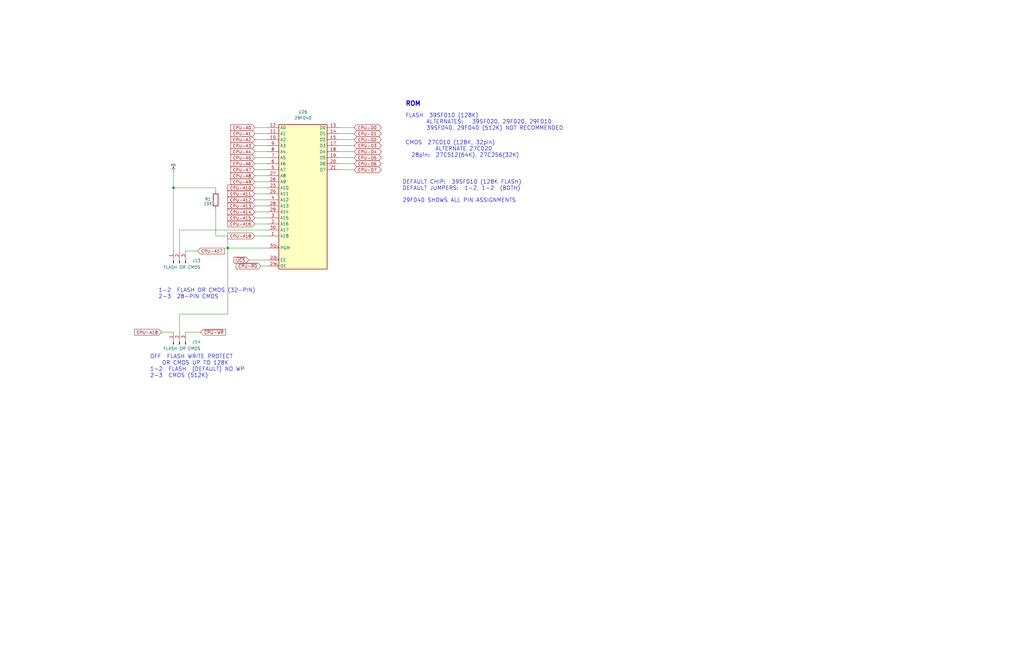
<source format=kicad_sch>
(kicad_sch (version 20211123) (generator eeschema)

  (uuid 6b54527d-a539-44d8-a604-1cf142819dc8)

  (paper "USLedger")

  (title_block
    (title "Duodyne 80C188 CPU board")
    (date "2024-11-24")
    (rev "V0.9")
    (comment 1 "Based on a design by John R Coffman. ")
    (comment 2 " RetroBrew Computer Group")
  )

  (lib_symbols
    (symbol "Connector:Conn_01x03_Male" (pin_names (offset 1.016) hide) (in_bom yes) (on_board yes)
      (property "Reference" "J" (id 0) (at 0 5.08 0)
        (effects (font (size 1.27 1.27)))
      )
      (property "Value" "Conn_01x03_Male" (id 1) (at 0 -5.08 0)
        (effects (font (size 1.27 1.27)))
      )
      (property "Footprint" "" (id 2) (at 0 0 0)
        (effects (font (size 1.27 1.27)) hide)
      )
      (property "Datasheet" "~" (id 3) (at 0 0 0)
        (effects (font (size 1.27 1.27)) hide)
      )
      (property "ki_keywords" "connector" (id 4) (at 0 0 0)
        (effects (font (size 1.27 1.27)) hide)
      )
      (property "ki_description" "Generic connector, single row, 01x03, script generated (kicad-library-utils/schlib/autogen/connector/)" (id 5) (at 0 0 0)
        (effects (font (size 1.27 1.27)) hide)
      )
      (property "ki_fp_filters" "Connector*:*_1x??_*" (id 6) (at 0 0 0)
        (effects (font (size 1.27 1.27)) hide)
      )
      (symbol "Conn_01x03_Male_1_1"
        (polyline
          (pts
            (xy 1.27 -2.54)
            (xy 0.8636 -2.54)
          )
          (stroke (width 0.1524) (type default) (color 0 0 0 0))
          (fill (type none))
        )
        (polyline
          (pts
            (xy 1.27 0)
            (xy 0.8636 0)
          )
          (stroke (width 0.1524) (type default) (color 0 0 0 0))
          (fill (type none))
        )
        (polyline
          (pts
            (xy 1.27 2.54)
            (xy 0.8636 2.54)
          )
          (stroke (width 0.1524) (type default) (color 0 0 0 0))
          (fill (type none))
        )
        (rectangle (start 0.8636 -2.413) (end 0 -2.667)
          (stroke (width 0.1524) (type default) (color 0 0 0 0))
          (fill (type outline))
        )
        (rectangle (start 0.8636 0.127) (end 0 -0.127)
          (stroke (width 0.1524) (type default) (color 0 0 0 0))
          (fill (type outline))
        )
        (rectangle (start 0.8636 2.667) (end 0 2.413)
          (stroke (width 0.1524) (type default) (color 0 0 0 0))
          (fill (type outline))
        )
        (pin passive line (at 5.08 2.54 180) (length 3.81)
          (name "Pin_1" (effects (font (size 1.27 1.27))))
          (number "1" (effects (font (size 1.27 1.27))))
        )
        (pin passive line (at 5.08 0 180) (length 3.81)
          (name "Pin_2" (effects (font (size 1.27 1.27))))
          (number "2" (effects (font (size 1.27 1.27))))
        )
        (pin passive line (at 5.08 -2.54 180) (length 3.81)
          (name "Pin_3" (effects (font (size 1.27 1.27))))
          (number "3" (effects (font (size 1.27 1.27))))
        )
      )
    )
    (symbol "Device:R" (pin_numbers hide) (pin_names (offset 0)) (in_bom yes) (on_board yes)
      (property "Reference" "R" (id 0) (at 2.032 0 90)
        (effects (font (size 1.27 1.27)))
      )
      (property "Value" "R" (id 1) (at 0 0 90)
        (effects (font (size 1.27 1.27)))
      )
      (property "Footprint" "" (id 2) (at -1.778 0 90)
        (effects (font (size 1.27 1.27)) hide)
      )
      (property "Datasheet" "~" (id 3) (at 0 0 0)
        (effects (font (size 1.27 1.27)) hide)
      )
      (property "ki_keywords" "R res resistor" (id 4) (at 0 0 0)
        (effects (font (size 1.27 1.27)) hide)
      )
      (property "ki_description" "Resistor" (id 5) (at 0 0 0)
        (effects (font (size 1.27 1.27)) hide)
      )
      (property "ki_fp_filters" "R_*" (id 6) (at 0 0 0)
        (effects (font (size 1.27 1.27)) hide)
      )
      (symbol "R_0_1"
        (rectangle (start -1.016 -2.54) (end 1.016 2.54)
          (stroke (width 0.254) (type default) (color 0 0 0 0))
          (fill (type none))
        )
      )
      (symbol "R_1_1"
        (pin passive line (at 0 3.81 270) (length 1.27)
          (name "~" (effects (font (size 1.27 1.27))))
          (number "1" (effects (font (size 1.27 1.27))))
        )
        (pin passive line (at 0 -3.81 90) (length 1.27)
          (name "~" (effects (font (size 1.27 1.27))))
          (number "2" (effects (font (size 1.27 1.27))))
        )
      )
    )
    (symbol "Memory_Flash:SST39SF040" (in_bom yes) (on_board yes)
      (property "Reference" "U" (id 0) (at 2.54 33.02 0)
        (effects (font (size 1.27 1.27)))
      )
      (property "Value" "SST39SF040" (id 1) (at 0 -30.48 0)
        (effects (font (size 1.27 1.27)))
      )
      (property "Footprint" "" (id 2) (at 0 7.62 0)
        (effects (font (size 1.27 1.27)) hide)
      )
      (property "Datasheet" "http://ww1.microchip.com/downloads/en/DeviceDoc/25022B.pdf" (id 3) (at 0 7.62 0)
        (effects (font (size 1.27 1.27)) hide)
      )
      (property "ki_keywords" "512k flash rom" (id 4) (at 0 0 0)
        (effects (font (size 1.27 1.27)) hide)
      )
      (property "ki_description" "Silicon Storage Technology (SSF) 512k x 8 Flash ROM" (id 5) (at 0 0 0)
        (effects (font (size 1.27 1.27)) hide)
      )
      (symbol "SST39SF040_0_0"
        (pin power_in line (at 0 -30.48 90) (length 1.27) hide
          (name "GND" (effects (font (size 1.27 1.27))))
          (number "16" (effects (font (size 1.27 1.27))))
        )
        (pin power_in line (at 0 33.02 270) (length 1.27) hide
          (name "VCC" (effects (font (size 1.27 1.27))))
          (number "32" (effects (font (size 1.27 1.27))))
        )
      )
      (symbol "SST39SF040_0_1"
        (rectangle (start -10.16 31.75) (end 10.16 -29.21)
          (stroke (width 0.254) (type default) (color 0 0 0 0))
          (fill (type background))
        )
      )
      (symbol "SST39SF040_1_1"
        (pin input line (at -15.24 -15.24 0) (length 5.08)
          (name "A18" (effects (font (size 1.27 1.27))))
          (number "1" (effects (font (size 1.27 1.27))))
        )
        (pin input line (at -15.24 25.4 0) (length 5.08)
          (name "A2" (effects (font (size 1.27 1.27))))
          (number "10" (effects (font (size 1.27 1.27))))
        )
        (pin input line (at -15.24 27.94 0) (length 5.08)
          (name "A1" (effects (font (size 1.27 1.27))))
          (number "11" (effects (font (size 1.27 1.27))))
        )
        (pin input line (at -15.24 30.48 0) (length 5.08)
          (name "A0" (effects (font (size 1.27 1.27))))
          (number "12" (effects (font (size 1.27 1.27))))
        )
        (pin tri_state line (at 15.24 30.48 180) (length 5.08)
          (name "D0" (effects (font (size 1.27 1.27))))
          (number "13" (effects (font (size 1.27 1.27))))
        )
        (pin tri_state line (at 15.24 27.94 180) (length 5.08)
          (name "D1" (effects (font (size 1.27 1.27))))
          (number "14" (effects (font (size 1.27 1.27))))
        )
        (pin tri_state line (at 15.24 25.4 180) (length 5.08)
          (name "D2" (effects (font (size 1.27 1.27))))
          (number "15" (effects (font (size 1.27 1.27))))
        )
        (pin tri_state line (at 15.24 22.86 180) (length 5.08)
          (name "D3" (effects (font (size 1.27 1.27))))
          (number "17" (effects (font (size 1.27 1.27))))
        )
        (pin tri_state line (at 15.24 20.32 180) (length 5.08)
          (name "D4" (effects (font (size 1.27 1.27))))
          (number "18" (effects (font (size 1.27 1.27))))
        )
        (pin tri_state line (at 15.24 17.78 180) (length 5.08)
          (name "D5" (effects (font (size 1.27 1.27))))
          (number "19" (effects (font (size 1.27 1.27))))
        )
        (pin input line (at -15.24 -10.16 0) (length 5.08)
          (name "A16" (effects (font (size 1.27 1.27))))
          (number "2" (effects (font (size 1.27 1.27))))
        )
        (pin tri_state line (at 15.24 15.24 180) (length 5.08)
          (name "D6" (effects (font (size 1.27 1.27))))
          (number "20" (effects (font (size 1.27 1.27))))
        )
        (pin tri_state line (at 15.24 12.7 180) (length 5.08)
          (name "D7" (effects (font (size 1.27 1.27))))
          (number "21" (effects (font (size 1.27 1.27))))
        )
        (pin input input_low (at -15.24 -25.4 0) (length 5.08)
          (name "CE" (effects (font (size 1.27 1.27))))
          (number "22" (effects (font (size 1.27 1.27))))
        )
        (pin input line (at -15.24 5.08 0) (length 5.08)
          (name "A10" (effects (font (size 1.27 1.27))))
          (number "23" (effects (font (size 1.27 1.27))))
        )
        (pin input input_low (at -15.24 -27.94 0) (length 5.08)
          (name "OE" (effects (font (size 1.27 1.27))))
          (number "24" (effects (font (size 1.27 1.27))))
        )
        (pin input line (at -15.24 2.54 0) (length 5.08)
          (name "A11" (effects (font (size 1.27 1.27))))
          (number "25" (effects (font (size 1.27 1.27))))
        )
        (pin input line (at -15.24 7.62 0) (length 5.08)
          (name "A9" (effects (font (size 1.27 1.27))))
          (number "26" (effects (font (size 1.27 1.27))))
        )
        (pin input line (at -15.24 10.16 0) (length 5.08)
          (name "A8" (effects (font (size 1.27 1.27))))
          (number "27" (effects (font (size 1.27 1.27))))
        )
        (pin input line (at -15.24 -2.54 0) (length 5.08)
          (name "A13" (effects (font (size 1.27 1.27))))
          (number "28" (effects (font (size 1.27 1.27))))
        )
        (pin input line (at -15.24 -5.08 0) (length 5.08)
          (name "A14" (effects (font (size 1.27 1.27))))
          (number "29" (effects (font (size 1.27 1.27))))
        )
        (pin input line (at -15.24 -7.62 0) (length 5.08)
          (name "A15" (effects (font (size 1.27 1.27))))
          (number "3" (effects (font (size 1.27 1.27))))
        )
        (pin input line (at -15.24 -12.7 0) (length 5.08)
          (name "A17" (effects (font (size 1.27 1.27))))
          (number "30" (effects (font (size 1.27 1.27))))
        )
        (pin input input_low (at -15.24 -20.32 0) (length 5.08)
          (name "PGM" (effects (font (size 1.27 1.27))))
          (number "31" (effects (font (size 1.27 1.27))))
        )
        (pin input line (at -15.24 0 0) (length 5.08)
          (name "A12" (effects (font (size 1.27 1.27))))
          (number "4" (effects (font (size 1.27 1.27))))
        )
        (pin input line (at -15.24 12.7 0) (length 5.08)
          (name "A7" (effects (font (size 1.27 1.27))))
          (number "5" (effects (font (size 1.27 1.27))))
        )
        (pin input line (at -15.24 15.24 0) (length 5.08)
          (name "A6" (effects (font (size 1.27 1.27))))
          (number "6" (effects (font (size 1.27 1.27))))
        )
        (pin input line (at -15.24 17.78 0) (length 5.08)
          (name "A5" (effects (font (size 1.27 1.27))))
          (number "7" (effects (font (size 1.27 1.27))))
        )
        (pin input line (at -15.24 20.32 0) (length 5.08)
          (name "A4" (effects (font (size 1.27 1.27))))
          (number "8" (effects (font (size 1.27 1.27))))
        )
        (pin input line (at -15.24 22.86 0) (length 5.08)
          (name "A3" (effects (font (size 1.27 1.27))))
          (number "9" (effects (font (size 1.27 1.27))))
        )
      )
    )
    (symbol "power:VCC" (power) (pin_names (offset 0)) (in_bom yes) (on_board yes)
      (property "Reference" "#PWR" (id 0) (at 0 -3.81 0)
        (effects (font (size 1.27 1.27)) hide)
      )
      (property "Value" "VCC" (id 1) (at 0 3.81 0)
        (effects (font (size 1.27 1.27)))
      )
      (property "Footprint" "" (id 2) (at 0 0 0)
        (effects (font (size 1.27 1.27)) hide)
      )
      (property "Datasheet" "" (id 3) (at 0 0 0)
        (effects (font (size 1.27 1.27)) hide)
      )
      (property "ki_keywords" "global power" (id 4) (at 0 0 0)
        (effects (font (size 1.27 1.27)) hide)
      )
      (property "ki_description" "Power symbol creates a global label with name \"VCC\"" (id 5) (at 0 0 0)
        (effects (font (size 1.27 1.27)) hide)
      )
      (symbol "VCC_0_1"
        (polyline
          (pts
            (xy -0.762 1.27)
            (xy 0 2.54)
          )
          (stroke (width 0) (type default) (color 0 0 0 0))
          (fill (type none))
        )
        (polyline
          (pts
            (xy 0 0)
            (xy 0 2.54)
          )
          (stroke (width 0) (type default) (color 0 0 0 0))
          (fill (type none))
        )
        (polyline
          (pts
            (xy 0 2.54)
            (xy 0.762 1.27)
          )
          (stroke (width 0) (type default) (color 0 0 0 0))
          (fill (type none))
        )
      )
      (symbol "VCC_1_1"
        (pin power_in line (at 0 0 90) (length 0) hide
          (name "VCC" (effects (font (size 1.27 1.27))))
          (number "1" (effects (font (size 1.27 1.27))))
        )
      )
    )
  )

  (junction (at 96.012 104.648) (diameter 0) (color 0 0 0 0)
    (uuid 29d9e96e-db45-405f-b9f9-8ec363c6e183)
  )
  (junction (at 73.152 79.248) (diameter 0) (color 0 0 0 0)
    (uuid 4d89f204-023f-4737-8717-bb6221d4ade5)
  )

  (wire (pts (xy 112.522 81.788) (xy 107.442 81.788))
    (stroke (width 0) (type default) (color 0 0 0 0))
    (uuid 0a39ced2-20bb-430b-a79c-dfff23419e4d)
  )
  (wire (pts (xy 143.002 58.928) (xy 149.352 58.928))
    (stroke (width 0) (type default) (color 0 0 0 0))
    (uuid 0f59f15c-9f0e-4a0c-87e7-04e9bb5c7ee8)
  )
  (wire (pts (xy 143.002 53.848) (xy 149.352 53.848))
    (stroke (width 0) (type default) (color 0 0 0 0))
    (uuid 274c78f2-7653-46ab-a3cd-43862a032c68)
  )
  (wire (pts (xy 90.932 88.138) (xy 90.932 99.568))
    (stroke (width 0) (type default) (color 0 0 0 0))
    (uuid 28004271-f060-4f96-95df-1ebe34174ba0)
  )
  (wire (pts (xy 73.152 79.248) (xy 73.152 105.918))
    (stroke (width 0) (type default) (color 0 0 0 0))
    (uuid 301a94da-9caf-4fba-8eed-5be4fc9c1469)
  )
  (wire (pts (xy 112.522 61.468) (xy 107.442 61.468))
    (stroke (width 0) (type default) (color 0 0 0 0))
    (uuid 32e35f11-e0bd-4b6a-a6bd-a248d10a9059)
  )
  (wire (pts (xy 112.522 86.868) (xy 107.442 86.868))
    (stroke (width 0) (type default) (color 0 0 0 0))
    (uuid 3c948b44-7c6a-401d-ba61-1d4832d141c7)
  )
  (wire (pts (xy 107.442 74.168) (xy 112.522 74.168))
    (stroke (width 0) (type default) (color 0 0 0 0))
    (uuid 3cb4aa29-17cf-40e7-baff-1ca9effdaddc)
  )
  (wire (pts (xy 96.012 104.648) (xy 112.522 104.648))
    (stroke (width 0) (type default) (color 0 0 0 0))
    (uuid 47d5a7da-d4b0-4376-871e-b1c04d4488d9)
  )
  (wire (pts (xy 83.312 105.918) (xy 78.232 105.918))
    (stroke (width 0) (type default) (color 0 0 0 0))
    (uuid 4843f560-4f69-472a-90ed-55109356d451)
  )
  (wire (pts (xy 90.932 79.248) (xy 73.152 79.248))
    (stroke (width 0) (type default) (color 0 0 0 0))
    (uuid 4c266e0d-a070-4066-9b71-9098093d47c5)
  )
  (wire (pts (xy 112.522 56.388) (xy 107.442 56.388))
    (stroke (width 0) (type default) (color 0 0 0 0))
    (uuid 4fb68151-b515-4ca5-ba73-d37c28c499d1)
  )
  (wire (pts (xy 143.002 69.088) (xy 149.352 69.088))
    (stroke (width 0) (type default) (color 0 0 0 0))
    (uuid 54e6775a-9357-496d-8153-5e7cdf90da48)
  )
  (wire (pts (xy 73.152 72.898) (xy 73.152 79.248))
    (stroke (width 0) (type default) (color 0 0 0 0))
    (uuid 55836461-5e56-4e27-8e86-e672c1563345)
  )
  (wire (pts (xy 143.002 71.628) (xy 149.352 71.628))
    (stroke (width 0) (type default) (color 0 0 0 0))
    (uuid 5725c61d-4928-474b-bef0-92ee3e1c0d98)
  )
  (wire (pts (xy 73.152 140.208) (xy 68.072 140.208))
    (stroke (width 0) (type default) (color 0 0 0 0))
    (uuid 5aa8efec-bca2-4bdf-8b9f-bdf824bc9e6e)
  )
  (wire (pts (xy 90.932 99.568) (xy 96.012 99.568))
    (stroke (width 0) (type default) (color 0 0 0 0))
    (uuid 78cf470b-e0fa-47d9-bd7b-a4cdb479d249)
  )
  (wire (pts (xy 112.522 112.268) (xy 109.982 112.268))
    (stroke (width 0) (type default) (color 0 0 0 0))
    (uuid 7d4b90f9-830c-456e-80c9-4fc0fb926992)
  )
  (wire (pts (xy 112.522 76.708) (xy 107.442 76.708))
    (stroke (width 0) (type default) (color 0 0 0 0))
    (uuid 8a96a6a9-dafb-402c-af0b-9a3471ed8058)
  )
  (wire (pts (xy 107.442 84.328) (xy 112.522 84.328))
    (stroke (width 0) (type default) (color 0 0 0 0))
    (uuid 8ac70b33-b887-4218-b1ab-956f1b902a8c)
  )
  (wire (pts (xy 75.692 132.588) (xy 75.692 140.208))
    (stroke (width 0) (type default) (color 0 0 0 0))
    (uuid 8c04679e-cea9-44f2-8c39-6e7b8c915c75)
  )
  (wire (pts (xy 96.012 132.588) (xy 75.692 132.588))
    (stroke (width 0) (type default) (color 0 0 0 0))
    (uuid 8d8acc60-d95d-4366-aca4-48d80cd14d68)
  )
  (wire (pts (xy 107.442 64.008) (xy 112.522 64.008))
    (stroke (width 0) (type default) (color 0 0 0 0))
    (uuid 92b2b437-2214-406e-921c-28275aaeee23)
  )
  (wire (pts (xy 107.442 69.088) (xy 112.522 69.088))
    (stroke (width 0) (type default) (color 0 0 0 0))
    (uuid 95320c8e-5fc2-43b0-90be-d64ce2d07406)
  )
  (wire (pts (xy 90.932 80.518) (xy 90.932 79.248))
    (stroke (width 0) (type default) (color 0 0 0 0))
    (uuid a9d85c6d-92a7-4915-9df7-eace8519fb4e)
  )
  (wire (pts (xy 112.522 99.568) (xy 107.442 99.568))
    (stroke (width 0) (type default) (color 0 0 0 0))
    (uuid a9e20ca8-ee53-4971-b2fd-c3ad4315ab22)
  )
  (wire (pts (xy 143.002 61.468) (xy 149.352 61.468))
    (stroke (width 0) (type default) (color 0 0 0 0))
    (uuid b62cca9b-919f-4905-859d-d244fe7973bb)
  )
  (wire (pts (xy 75.692 97.028) (xy 75.692 105.918))
    (stroke (width 0) (type default) (color 0 0 0 0))
    (uuid b9426651-e68a-4e05-9263-d66a2525a443)
  )
  (wire (pts (xy 112.522 66.548) (xy 107.442 66.548))
    (stroke (width 0) (type default) (color 0 0 0 0))
    (uuid bc916f06-c6e2-4042-b2be-5068d672ed61)
  )
  (wire (pts (xy 96.012 99.568) (xy 96.012 104.648))
    (stroke (width 0) (type default) (color 0 0 0 0))
    (uuid c922a55c-ec54-4229-b555-95f69d1c2ef8)
  )
  (wire (pts (xy 107.442 79.248) (xy 112.522 79.248))
    (stroke (width 0) (type default) (color 0 0 0 0))
    (uuid d502d9ee-7eaa-4c5b-8dd4-e7213a43cd4a)
  )
  (wire (pts (xy 112.522 71.628) (xy 107.442 71.628))
    (stroke (width 0) (type default) (color 0 0 0 0))
    (uuid d820230e-79cf-441f-bc59-d9e76a57773e)
  )
  (wire (pts (xy 107.442 53.848) (xy 112.522 53.848))
    (stroke (width 0) (type default) (color 0 0 0 0))
    (uuid d9ed99f6-a8b3-45e5-a3ac-403fd0336ebb)
  )
  (wire (pts (xy 112.522 97.028) (xy 75.692 97.028))
    (stroke (width 0) (type default) (color 0 0 0 0))
    (uuid da23ee09-f185-416d-ba83-761106989976)
  )
  (wire (pts (xy 143.002 56.388) (xy 149.352 56.388))
    (stroke (width 0) (type default) (color 0 0 0 0))
    (uuid db5f9a8d-c847-48d2-8cf8-109c6e332cd7)
  )
  (wire (pts (xy 107.442 58.928) (xy 112.522 58.928))
    (stroke (width 0) (type default) (color 0 0 0 0))
    (uuid dc69caae-1f61-45f6-a251-e83f01021215)
  )
  (wire (pts (xy 78.232 140.208) (xy 84.582 140.208))
    (stroke (width 0) (type default) (color 0 0 0 0))
    (uuid dd7a52e5-75f2-4475-8ca0-b637d90292a4)
  )
  (wire (pts (xy 107.442 89.408) (xy 112.522 89.408))
    (stroke (width 0) (type default) (color 0 0 0 0))
    (uuid e1a0773d-f7e8-414e-bba7-5ea11e235e62)
  )
  (wire (pts (xy 112.522 109.728) (xy 104.902 109.728))
    (stroke (width 0) (type default) (color 0 0 0 0))
    (uuid e3d2d618-0d4b-4a3e-bbec-da0ad4128e95)
  )
  (wire (pts (xy 143.002 66.548) (xy 149.352 66.548))
    (stroke (width 0) (type default) (color 0 0 0 0))
    (uuid ed57c9b9-2cf9-4e27-85f3-e17a11ab7008)
  )
  (wire (pts (xy 143.002 64.008) (xy 149.352 64.008))
    (stroke (width 0) (type default) (color 0 0 0 0))
    (uuid f6c5bf17-271f-4ec6-a74c-bbf041e78668)
  )
  (wire (pts (xy 96.012 104.648) (xy 96.012 132.588))
    (stroke (width 0) (type default) (color 0 0 0 0))
    (uuid fa6b7670-8ce2-4ad9-8db1-9d8c3a3cdf73)
  )
  (wire (pts (xy 112.522 91.948) (xy 107.442 91.948))
    (stroke (width 0) (type default) (color 0 0 0 0))
    (uuid fe1c5b82-e903-4c29-9134-741841511d73)
  )
  (wire (pts (xy 112.522 94.488) (xy 107.442 94.488))
    (stroke (width 0) (type default) (color 0 0 0 0))
    (uuid ff69891d-0f0a-4a99-9f70-335557e1cfc1)
  )

  (text "29F040 SHOWS ALL PIN ASSIGNMENTS" (at 169.672 85.598 0)
    (effects (font (size 1.651 1.651)) (justify left bottom))
    (uuid 10220044-1685-4316-a31a-77b5e82326a7)
  )
  (text "CMOS  27C010 (128K, 32pin)\n          ALTERNATE 27C020\n  28pin:  27C512(64K), 27C256(32K)"
    (at 170.942 66.548 0)
    (effects (font (size 1.651 1.651)) (justify left bottom))
    (uuid 229a4260-9a52-44f9-8a4b-ba4371ff8783)
  )
  (text "ROM" (at 170.942 44.958 0)
    (effects (font (size 1.905 1.905) (thickness 0.381) bold) (justify left bottom))
    (uuid 2d406c63-e101-465e-8768-fcb4cdf588fd)
  )
  (text "FLASH  39SF010 (128K)\n       ALTERNATES:   39SF020, 29F020, 29F010\n       39SF040, 29F040 (512K) NOT RECOMMENDED"
    (at 170.942 55.118 0)
    (effects (font (size 1.651 1.651)) (justify left bottom))
    (uuid 788caab4-93e3-4b03-9ddb-6dd1073d01f9)
  )
  (text "1-2  FLASH OR CMOS (32-PIN)\n2-3  28-PIN CMOS" (at 66.802 126.238 0)
    (effects (font (size 1.651 1.651)) (justify left bottom))
    (uuid 8c5b8406-2272-47ce-828f-67a5638bddac)
  )
  (text "DEFAULT CHIP:  39SF010 (128K FLASH)\nDEFAULT JUMPERS:  1-2, 1-2  (BOTH)"
    (at 169.672 80.518 0)
    (effects (font (size 1.651 1.651)) (justify left bottom))
    (uuid e4d3dc0e-cbd0-4209-841a-c349ca00a894)
  )
  (text "OFF  FLASH WRITE PROTECT\n    OR CMOS UP TO 128K\n1-2  FLASH  (DEFAULT) NO WP\n2-3  CMOS (512K) \n"
    (at 63.246 159.512 0)
    (effects (font (size 1.651 1.651)) (justify left bottom))
    (uuid f5e932b5-036d-4def-a52c-7ab3b2321648)
  )

  (global_label "CPU-A15" (shape input) (at 107.442 91.948 180) (fields_autoplaced)
    (effects (font (size 1.27 1.27)) (justify right))
    (uuid 031bc50f-505e-45f1-9947-c2ef444126d7)
    (property "Intersheet References" "${INTERSHEET_REFS}" (id 0) (at 96.1673 91.8686 0)
      (effects (font (size 1.27 1.27)) (justify right) hide)
    )
  )
  (global_label "CPU-D2" (shape bidirectional) (at 149.352 58.928 0) (fields_autoplaced)
    (effects (font (size 1.27 1.27)) (justify left))
    (uuid 081354e0-0c81-4fc5-868a-b127a789e6cd)
    (property "Intersheet References" "${INTERSHEET_REFS}" (id 0) (at 159.5986 58.8486 0)
      (effects (font (size 1.27 1.27)) (justify left) hide)
    )
  )
  (global_label "CPU-A18" (shape input) (at 68.072 140.208 180) (fields_autoplaced)
    (effects (font (size 1.27 1.27)) (justify right))
    (uuid 19ef73a7-f498-42ae-9756-fabb0283fcf5)
    (property "Intersheet References" "${INTERSHEET_REFS}" (id 0) (at 56.7973 140.2874 0)
      (effects (font (size 1.27 1.27)) (justify right) hide)
    )
  )
  (global_label "~{CPU-RD}" (shape input) (at 109.982 112.268 180) (fields_autoplaced)
    (effects (font (size 1.27 1.27)) (justify right))
    (uuid 1add97fe-ece2-46b4-8e62-633b25a5e798)
    (property "Intersheet References" "${INTERSHEET_REFS}" (id 0) (at 99.6749 112.3474 0)
      (effects (font (size 1.27 1.27)) (justify right) hide)
    )
  )
  (global_label "CPU-D4" (shape bidirectional) (at 149.352 64.008 0) (fields_autoplaced)
    (effects (font (size 1.27 1.27)) (justify left))
    (uuid 1bce3c1d-d92f-4ded-b88a-c9c809cf579b)
    (property "Intersheet References" "${INTERSHEET_REFS}" (id 0) (at 159.5986 63.9286 0)
      (effects (font (size 1.27 1.27)) (justify left) hide)
    )
  )
  (global_label "CPU-A4" (shape input) (at 107.442 64.008 180) (fields_autoplaced)
    (effects (font (size 1.27 1.27)) (justify right))
    (uuid 29ec5214-6738-49a0-8fd4-c5498e92c2fd)
    (property "Intersheet References" "${INTERSHEET_REFS}" (id 0) (at 97.3768 63.9286 0)
      (effects (font (size 1.27 1.27)) (justify right) hide)
    )
  )
  (global_label "CPU-A14" (shape input) (at 107.442 89.408 180) (fields_autoplaced)
    (effects (font (size 1.27 1.27)) (justify right))
    (uuid 37e664de-2b03-461d-8698-c33188f049ba)
    (property "Intersheet References" "${INTERSHEET_REFS}" (id 0) (at 96.1673 89.3286 0)
      (effects (font (size 1.27 1.27)) (justify right) hide)
    )
  )
  (global_label "CPU-A10" (shape input) (at 107.442 79.248 180) (fields_autoplaced)
    (effects (font (size 1.27 1.27)) (justify right))
    (uuid 4899f9f5-7fa3-4ef4-a8de-61b693cda40b)
    (property "Intersheet References" "${INTERSHEET_REFS}" (id 0) (at 96.1673 79.1686 0)
      (effects (font (size 1.27 1.27)) (justify right) hide)
    )
  )
  (global_label "CPU-A0" (shape input) (at 107.442 53.848 180) (fields_autoplaced)
    (effects (font (size 1.27 1.27)) (justify right))
    (uuid 4f88db84-e220-43f0-bafb-3db53c9e6788)
    (property "Intersheet References" "${INTERSHEET_REFS}" (id 0) (at 97.3768 53.7686 0)
      (effects (font (size 1.27 1.27)) (justify right) hide)
    )
  )
  (global_label "CPU-D0" (shape bidirectional) (at 149.352 53.848 0) (fields_autoplaced)
    (effects (font (size 1.27 1.27)) (justify left))
    (uuid 53e0da9c-0f84-4f22-b039-7ca28951c1b0)
    (property "Intersheet References" "${INTERSHEET_REFS}" (id 0) (at 159.5986 53.7686 0)
      (effects (font (size 1.27 1.27)) (justify left) hide)
    )
  )
  (global_label "CPU-A17" (shape input) (at 83.312 105.918 0) (fields_autoplaced)
    (effects (font (size 1.27 1.27)) (justify left))
    (uuid 574d9990-d941-4985-8755-cfb061dca8b8)
    (property "Intersheet References" "${INTERSHEET_REFS}" (id 0) (at 94.5867 105.8386 0)
      (effects (font (size 1.27 1.27)) (justify left) hide)
    )
  )
  (global_label "CPU-D6" (shape bidirectional) (at 149.352 69.088 0) (fields_autoplaced)
    (effects (font (size 1.27 1.27)) (justify left))
    (uuid 5a0962e3-3305-42a9-a9e5-12267e245a79)
    (property "Intersheet References" "${INTERSHEET_REFS}" (id 0) (at 159.5986 69.0086 0)
      (effects (font (size 1.27 1.27)) (justify left) hide)
    )
  )
  (global_label "CPU-D3" (shape bidirectional) (at 149.352 61.468 0) (fields_autoplaced)
    (effects (font (size 1.27 1.27)) (justify left))
    (uuid 631be222-8fc5-4491-9f6b-47f1b674148f)
    (property "Intersheet References" "${INTERSHEET_REFS}" (id 0) (at 159.5986 61.3886 0)
      (effects (font (size 1.27 1.27)) (justify left) hide)
    )
  )
  (global_label "CPU-A6" (shape input) (at 107.442 69.088 180) (fields_autoplaced)
    (effects (font (size 1.27 1.27)) (justify right))
    (uuid 6d906d4c-8fad-4d11-922b-358ef9cb9cee)
    (property "Intersheet References" "${INTERSHEET_REFS}" (id 0) (at 97.3768 69.0086 0)
      (effects (font (size 1.27 1.27)) (justify right) hide)
    )
  )
  (global_label "CPU-A7" (shape input) (at 107.442 71.628 180) (fields_autoplaced)
    (effects (font (size 1.27 1.27)) (justify right))
    (uuid 740d4721-acf3-4706-9a64-5724b6e84ba2)
    (property "Intersheet References" "${INTERSHEET_REFS}" (id 0) (at 97.3768 71.5486 0)
      (effects (font (size 1.27 1.27)) (justify right) hide)
    )
  )
  (global_label "CPU-A13" (shape input) (at 107.442 86.868 180) (fields_autoplaced)
    (effects (font (size 1.27 1.27)) (justify right))
    (uuid 7723d3bd-bf79-4413-ae3b-a9219aa09f98)
    (property "Intersheet References" "${INTERSHEET_REFS}" (id 0) (at 96.1673 86.7886 0)
      (effects (font (size 1.27 1.27)) (justify right) hide)
    )
  )
  (global_label "CPU-A18" (shape input) (at 107.442 99.568 180) (fields_autoplaced)
    (effects (font (size 1.27 1.27)) (justify right))
    (uuid 792f2207-70ca-4cf4-8b05-7b09daa81bd2)
    (property "Intersheet References" "${INTERSHEET_REFS}" (id 0) (at 96.1673 99.6474 0)
      (effects (font (size 1.27 1.27)) (justify right) hide)
    )
  )
  (global_label "CPU-A11" (shape input) (at 107.442 81.788 180) (fields_autoplaced)
    (effects (font (size 1.27 1.27)) (justify right))
    (uuid 8c987773-c88c-4233-a8d8-c8f6f9f6b820)
    (property "Intersheet References" "${INTERSHEET_REFS}" (id 0) (at 96.1673 81.7086 0)
      (effects (font (size 1.27 1.27)) (justify right) hide)
    )
  )
  (global_label "CPU-A8" (shape input) (at 107.442 74.168 180) (fields_autoplaced)
    (effects (font (size 1.27 1.27)) (justify right))
    (uuid 9231167e-a6ee-4435-955a-41dd36daacee)
    (property "Intersheet References" "${INTERSHEET_REFS}" (id 0) (at 97.3768 74.0886 0)
      (effects (font (size 1.27 1.27)) (justify right) hide)
    )
  )
  (global_label "CPU-A12" (shape input) (at 107.442 84.328 180) (fields_autoplaced)
    (effects (font (size 1.27 1.27)) (justify right))
    (uuid 93c12f61-cc76-493c-8756-50b137e7a398)
    (property "Intersheet References" "${INTERSHEET_REFS}" (id 0) (at 96.1673 84.2486 0)
      (effects (font (size 1.27 1.27)) (justify right) hide)
    )
  )
  (global_label "CPU-A9" (shape input) (at 107.442 76.708 180) (fields_autoplaced)
    (effects (font (size 1.27 1.27)) (justify right))
    (uuid 97b76480-d984-4c0c-acca-978bc9045d75)
    (property "Intersheet References" "${INTERSHEET_REFS}" (id 0) (at 97.3768 76.6286 0)
      (effects (font (size 1.27 1.27)) (justify right) hide)
    )
  )
  (global_label "CPU-A5" (shape input) (at 107.442 66.548 180) (fields_autoplaced)
    (effects (font (size 1.27 1.27)) (justify right))
    (uuid a5853f83-6011-4368-b3c4-3d58fd809bee)
    (property "Intersheet References" "${INTERSHEET_REFS}" (id 0) (at 97.3768 66.4686 0)
      (effects (font (size 1.27 1.27)) (justify right) hide)
    )
  )
  (global_label "CPU-D5" (shape bidirectional) (at 149.352 66.548 0) (fields_autoplaced)
    (effects (font (size 1.27 1.27)) (justify left))
    (uuid aa17781e-bcd4-4390-9070-2a47378010aa)
    (property "Intersheet References" "${INTERSHEET_REFS}" (id 0) (at 159.5986 66.4686 0)
      (effects (font (size 1.27 1.27)) (justify left) hide)
    )
  )
  (global_label "CPU-D1" (shape bidirectional) (at 149.352 56.388 0) (fields_autoplaced)
    (effects (font (size 1.27 1.27)) (justify left))
    (uuid b1924df3-c714-4244-8f27-792a34428719)
    (property "Intersheet References" "${INTERSHEET_REFS}" (id 0) (at 159.5986 56.3086 0)
      (effects (font (size 1.27 1.27)) (justify left) hide)
    )
  )
  (global_label "CPU-A1" (shape input) (at 107.442 56.388 180) (fields_autoplaced)
    (effects (font (size 1.27 1.27)) (justify right))
    (uuid c2192164-2c82-4558-ae06-16be178ac66f)
    (property "Intersheet References" "${INTERSHEET_REFS}" (id 0) (at 97.3768 56.3086 0)
      (effects (font (size 1.27 1.27)) (justify right) hide)
    )
  )
  (global_label "~{UCS}" (shape input) (at 104.902 109.728 180) (fields_autoplaced)
    (effects (font (size 1.27 1.27)) (justify right))
    (uuid c324a39f-93ca-406d-b8f3-ae6f93dccf50)
    (property "Intersheet References" "${INTERSHEET_REFS}" (id 0) (at 47.752 14.478 0)
      (effects (font (size 1.27 1.27)) hide)
    )
  )
  (global_label "CPU-A2" (shape input) (at 107.442 58.928 180) (fields_autoplaced)
    (effects (font (size 1.27 1.27)) (justify right))
    (uuid c498abbd-7078-4d03-a569-6d962e846008)
    (property "Intersheet References" "${INTERSHEET_REFS}" (id 0) (at 97.3768 58.8486 0)
      (effects (font (size 1.27 1.27)) (justify right) hide)
    )
  )
  (global_label "~{CPU-WR}" (shape input) (at 84.582 140.208 0) (fields_autoplaced)
    (effects (font (size 1.27 1.27)) (justify left))
    (uuid da0a2801-ab10-459e-97c9-78a34e888a5e)
    (property "Intersheet References" "${INTERSHEET_REFS}" (id 0) (at 95.0705 140.1286 0)
      (effects (font (size 1.27 1.27)) (justify left) hide)
    )
  )
  (global_label "CPU-A16" (shape input) (at 107.442 94.488 180) (fields_autoplaced)
    (effects (font (size 1.27 1.27)) (justify right))
    (uuid e5c87574-445d-41c6-ae59-bf239d281576)
    (property "Intersheet References" "${INTERSHEET_REFS}" (id 0) (at 96.1673 94.4086 0)
      (effects (font (size 1.27 1.27)) (justify right) hide)
    )
  )
  (global_label "CPU-A3" (shape input) (at 107.442 61.468 180) (fields_autoplaced)
    (effects (font (size 1.27 1.27)) (justify right))
    (uuid f4160f79-d2e6-4d7b-b7ae-5245bbb62360)
    (property "Intersheet References" "${INTERSHEET_REFS}" (id 0) (at 97.3768 61.3886 0)
      (effects (font (size 1.27 1.27)) (justify right) hide)
    )
  )
  (global_label "CPU-D7" (shape bidirectional) (at 149.352 71.628 0) (fields_autoplaced)
    (effects (font (size 1.27 1.27)) (justify left))
    (uuid f43d8ffe-d05c-4321-815d-c8ab94bdc5db)
    (property "Intersheet References" "${INTERSHEET_REFS}" (id 0) (at 159.5986 71.5486 0)
      (effects (font (size 1.27 1.27)) (justify left) hide)
    )
  )

  (symbol (lib_id "power:VCC") (at 73.152 72.898 0) (mirror y) (unit 1)
    (in_bom yes) (on_board yes)
    (uuid 00000000-0000-0000-0000-00005df762b7)
    (property "Reference" "#PWR0401" (id 0) (at 73.152 70.358 0)
      (effects (font (size 0.762 0.762)) hide)
    )
    (property "Value" "VCC" (id 1) (at 73.0758 69.6214 0)
      (effects (font (size 0.762 0.762)))
    )
    (property "Footprint" "" (id 2) (at 73.152 72.898 0)
      (effects (font (size 1.27 1.27)) hide)
    )
    (property "Datasheet" "" (id 3) (at 73.152 72.898 0)
      (effects (font (size 1.27 1.27)) hide)
    )
    (pin "1" (uuid 523ccc7e-0eab-4df9-a300-41280c02ad66))
  )

  (symbol (lib_id "Connector:Conn_01x03_Male") (at 75.692 145.288 90) (unit 1)
    (in_bom yes) (on_board yes)
    (uuid 2b78b7dc-3002-422a-bf05-9a9910eed09c)
    (property "Reference" "J14" (id 0) (at 81.026 144.272 90)
      (effects (font (size 1.27 1.27)) (justify right))
    )
    (property "Value" "FLASH OR CMOS" (id 1) (at 68.834 147.066 90)
      (effects (font (size 1.27 1.27)) (justify right))
    )
    (property "Footprint" "Connector_PinHeader_2.54mm:PinHeader_1x03_P2.54mm_Vertical" (id 2) (at 75.692 145.288 0)
      (effects (font (size 1.27 1.27)) hide)
    )
    (property "Datasheet" "~" (id 3) (at 75.692 145.288 0)
      (effects (font (size 1.27 1.27)) hide)
    )
    (pin "1" (uuid 15ec2cd9-9a35-4d17-8237-059f7ff1f060))
    (pin "2" (uuid 1d1c03dd-0831-4062-a139-b313ed19bdee))
    (pin "3" (uuid 8c53f65f-69f6-4c22-b379-8010f6b6d0bc))
  )

  (symbol (lib_id "Device:R") (at 90.932 84.328 0) (unit 1)
    (in_bom yes) (on_board yes)
    (uuid 7cec7209-0f38-4643-ac3d-298bde1f8dae)
    (property "Reference" "R1" (id 0) (at 86.36 84.074 0)
      (effects (font (size 1.27 1.27)) (justify left))
    )
    (property "Value" "10K" (id 1) (at 85.8012 85.9536 0)
      (effects (font (size 1.27 1.27)) (justify left))
    )
    (property "Footprint" "Resistor_THT:R_Axial_DIN0207_L6.3mm_D2.5mm_P7.62mm_Horizontal" (id 2) (at 89.154 84.328 90)
      (effects (font (size 1.27 1.27)) hide)
    )
    (property "Datasheet" "~" (id 3) (at 90.932 84.328 0)
      (effects (font (size 1.27 1.27)) hide)
    )
    (pin "1" (uuid 6dabbd3b-2523-40ae-be2a-99bef7ce9389))
    (pin "2" (uuid f48299f0-ad8b-4d22-96ba-e836fe8ab31e))
  )

  (symbol (lib_id "Connector:Conn_01x03_Male") (at 75.692 110.998 90) (unit 1)
    (in_bom yes) (on_board yes)
    (uuid 937dc4c0-5dfb-4c4e-8ebb-557dd5040adc)
    (property "Reference" "J13" (id 0) (at 81.026 109.982 90)
      (effects (font (size 1.27 1.27)) (justify right))
    )
    (property "Value" "FLASH OR CMOS" (id 1) (at 68.834 112.776 90)
      (effects (font (size 1.27 1.27)) (justify right))
    )
    (property "Footprint" "Connector_PinHeader_2.54mm:PinHeader_1x03_P2.54mm_Vertical" (id 2) (at 75.692 110.998 0)
      (effects (font (size 1.27 1.27)) hide)
    )
    (property "Datasheet" "~" (id 3) (at 75.692 110.998 0)
      (effects (font (size 1.27 1.27)) hide)
    )
    (pin "1" (uuid fd24204d-d2f2-4dee-8d15-2b7be7c62e00))
    (pin "2" (uuid ca9b1434-439a-4631-8afe-69bff353959f))
    (pin "3" (uuid 8f8c8f08-fa47-47c8-9ea2-61c317d44288))
  )

  (symbol (lib_id "Memory_Flash:SST39SF040") (at 127.762 84.328 0) (unit 1)
    (in_bom yes) (on_board yes) (fields_autoplaced)
    (uuid bdfb9f1e-1705-41a9-b65b-c987fe58aa31)
    (property "Reference" "U26" (id 0) (at 127.762 47.244 0))
    (property "Value" "29F040" (id 1) (at 127.762 49.784 0))
    (property "Footprint" "Package_DIP:DIP-32_W15.24mm_Socket_LongPads" (id 2) (at 127.762 76.708 0)
      (effects (font (size 1.27 1.27)) hide)
    )
    (property "Datasheet" "http://ww1.microchip.com/downloads/en/DeviceDoc/25022B.pdf" (id 3) (at 127.762 76.708 0)
      (effects (font (size 1.27 1.27)) hide)
    )
    (pin "16" (uuid 600e300d-909c-497b-8dc3-419c37827a85))
    (pin "32" (uuid 3b8fe603-cc23-4d7a-9628-08e5d1124b3e))
    (pin "1" (uuid c28bccdf-1bc5-456f-9755-3494662de1cf))
    (pin "10" (uuid dd345438-e602-45e8-9ed2-78b8c4d5e8b8))
    (pin "11" (uuid 86690a61-1149-4461-ab82-35e7c3fff44b))
    (pin "12" (uuid 66408c34-653a-484b-92ee-5cca82f70610))
    (pin "13" (uuid 967071f1-337f-4288-abd9-430fffa96ee4))
    (pin "14" (uuid 099a8bac-a01f-4165-b135-a2a774801522))
    (pin "15" (uuid 7e9b3d5b-34f2-4fba-9dfb-eec8670e660f))
    (pin "17" (uuid a632efdd-8dc3-4235-af72-71f7749779af))
    (pin "18" (uuid f372bb3a-ed99-4bff-99a9-573bde676023))
    (pin "19" (uuid 993cc20a-0333-44cb-a12c-def8ba06f336))
    (pin "2" (uuid 630d1bde-b65b-44c7-b253-2bca75ddfba7))
    (pin "20" (uuid a07151f3-d7ed-4a0e-9002-98d4cb29780b))
    (pin "21" (uuid 56f2e374-9512-4cdf-82d4-043d77e13e30))
    (pin "22" (uuid 14743c53-4539-4873-8190-b86f2698ba98))
    (pin "23" (uuid 24bfef77-dd99-4d15-9bd5-95c3bfaa8c15))
    (pin "24" (uuid 8a4a602b-3065-4342-bb54-89a70a2a7a8d))
    (pin "25" (uuid 4aeeeba9-165d-49ac-b913-c87b81fd9934))
    (pin "26" (uuid fb24fe18-31f9-4731-a100-dd5a52ff81a2))
    (pin "27" (uuid 47c0eab5-c609-45d3-84fa-9aa794675a92))
    (pin "28" (uuid 132b5a98-a52f-4651-9b13-4ca6dec7ab06))
    (pin "29" (uuid e2dfecfa-2296-4127-a3fd-560e0f4f6b15))
    (pin "3" (uuid 3679b4d1-fc3d-47bb-b9c8-8c12f50c1da9))
    (pin "30" (uuid 1155ed0d-d477-4322-9134-e8dee0412e99))
    (pin "31" (uuid e1e34de3-fd5d-43fa-acb6-8fea26f24d3b))
    (pin "4" (uuid d9daa52e-8289-488a-bd01-cd17a17c42b9))
    (pin "5" (uuid be6d8dc3-0421-492e-a0e2-8a6b3d2cc1e3))
    (pin "6" (uuid 08ee7c2c-15fa-4ca1-8301-9f0d44a39943))
    (pin "7" (uuid 257f65d3-bf32-4c18-96e3-8c977876e7ff))
    (pin "8" (uuid 725aede8-c92e-4777-9522-32d0491b6421))
    (pin "9" (uuid 75281842-b17c-43d1-8047-4dfdead20257))
  )
)

</source>
